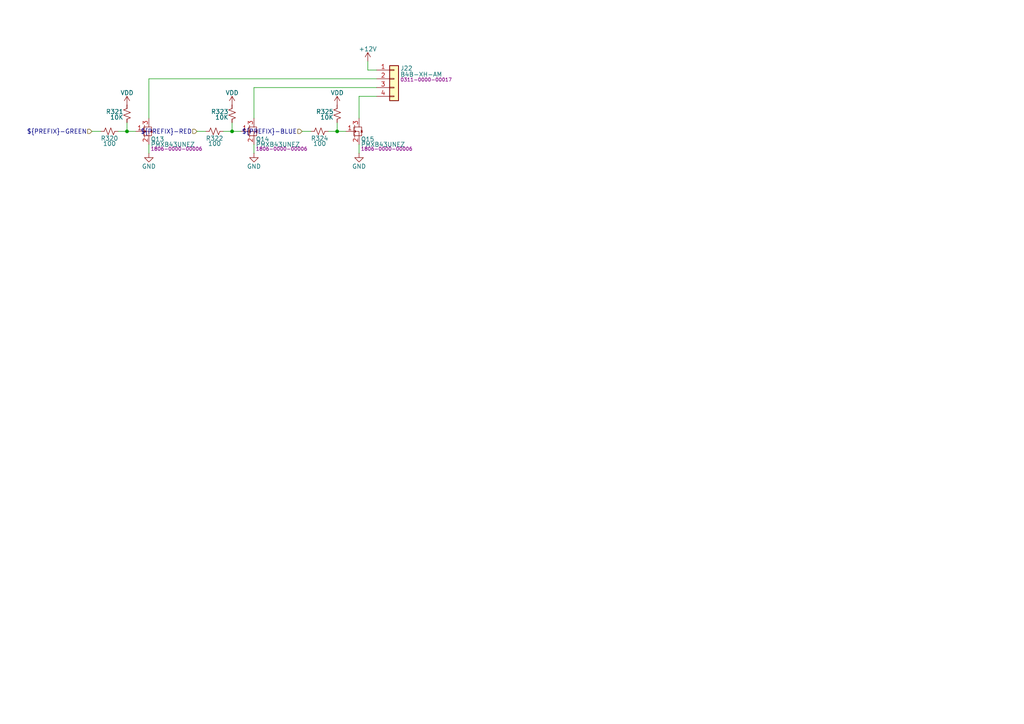
<source format=kicad_sch>
(kicad_sch
	(version 20250114)
	(generator "eeschema")
	(generator_version "9.0")
	(uuid "d7d31d92-9e18-41c2-a02e-017c1159420a")
	(paper "A4")
	(title_block
		(title "Benchy Motherboard AM625 - Lighting RGB Channel 2")
		(rev "REV1")
		(company "Daxxn Industries")
		(comment 4 "Small net labels (≤0.65) are for clarity and do not connect to other nets.")
	)
	(lib_symbols
		(symbol "DX_Connector_JST:B4B-XH-A"
			(pin_names
				(offset 1.016)
				(hide yes)
			)
			(exclude_from_sim no)
			(in_bom yes)
			(on_board yes)
			(property "Reference" "J"
				(at 1.778 3.048 0)
				(effects
					(font
						(size 1.27 1.27)
					)
					(justify left)
				)
			)
			(property "Value" "B4B-XH-AM"
				(at 1.778 1.27 0)
				(effects
					(font
						(size 1.27 1.27)
					)
					(justify left)
				)
			)
			(property "Footprint" "Connector_JST:JST_XH_B4B-XH-A_1x04_P2.50mm_Vertical"
				(at 0 10.414 0)
				(effects
					(font
						(size 1.27 1.27)
					)
					(hide yes)
				)
			)
			(property "Datasheet" "${DATASHEETS}/eXH.pdf"
				(at -0.254 12.954 0)
				(effects
					(font
						(size 1.27 1.27)
					)
					(hide yes)
				)
			)
			(property "Description" "CONN HEADER VERT 4POS 2.5MM"
				(at -0.762 8.636 0)
				(effects
					(font
						(size 1.27 1.27)
					)
					(hide yes)
				)
			)
			(property "PartNumber" "0311-0000-00017"
				(at 1.778 -0.254 0)
				(effects
					(font
						(size 1 1)
					)
					(justify left)
				)
			)
			(property "ki_keywords" "connector jst xh 4pin"
				(at 0 0 0)
				(effects
					(font
						(size 1.27 1.27)
					)
					(hide yes)
				)
			)
			(property "ki_fp_filters" "Connector*:*_1x??_*"
				(at 0 0 0)
				(effects
					(font
						(size 1.27 1.27)
					)
					(hide yes)
				)
			)
			(symbol "B4B-XH-A_1_1"
				(rectangle
					(start -1.27 3.81)
					(end 1.27 -6.35)
					(stroke
						(width 0.254)
						(type default)
					)
					(fill
						(type background)
					)
				)
				(rectangle
					(start -1.27 2.667)
					(end 0 2.413)
					(stroke
						(width 0.1524)
						(type default)
					)
					(fill
						(type none)
					)
				)
				(rectangle
					(start -1.27 0.127)
					(end 0 -0.127)
					(stroke
						(width 0.1524)
						(type default)
					)
					(fill
						(type none)
					)
				)
				(rectangle
					(start -1.27 -2.413)
					(end 0 -2.667)
					(stroke
						(width 0.1524)
						(type default)
					)
					(fill
						(type none)
					)
				)
				(rectangle
					(start -1.27 -4.953)
					(end 0 -5.207)
					(stroke
						(width 0.1524)
						(type default)
					)
					(fill
						(type none)
					)
				)
				(pin passive line
					(at -5.08 2.54 0)
					(length 3.81)
					(name "Pin_1"
						(effects
							(font
								(size 1.27 1.27)
							)
						)
					)
					(number "1"
						(effects
							(font
								(size 1.27 1.27)
							)
						)
					)
				)
				(pin passive line
					(at -5.08 0 0)
					(length 3.81)
					(name "Pin_2"
						(effects
							(font
								(size 1.27 1.27)
							)
						)
					)
					(number "2"
						(effects
							(font
								(size 1.27 1.27)
							)
						)
					)
				)
				(pin passive line
					(at -5.08 -2.54 0)
					(length 3.81)
					(name "Pin_3"
						(effects
							(font
								(size 1.27 1.27)
							)
						)
					)
					(number "3"
						(effects
							(font
								(size 1.27 1.27)
							)
						)
					)
				)
				(pin passive line
					(at -5.08 -5.08 0)
					(length 3.81)
					(name "Pin_4"
						(effects
							(font
								(size 1.27 1.27)
							)
						)
					)
					(number "4"
						(effects
							(font
								(size 1.27 1.27)
							)
						)
					)
				)
			)
			(embedded_fonts no)
		)
		(symbol "DX_Resistor:RC0402JR-07100RL"
			(pin_numbers
				(hide yes)
			)
			(pin_names
				(offset 0.254)
				(hide yes)
			)
			(exclude_from_sim no)
			(in_bom yes)
			(on_board yes)
			(property "Reference" "R"
				(at 1.016 0.635 0)
				(effects
					(font
						(size 1.27 1.27)
					)
					(justify left)
				)
			)
			(property "Value" "100"
				(at 1.016 -1.016 0)
				(effects
					(font
						(size 1.27 1.27)
					)
					(justify left)
				)
			)
			(property "Footprint" "Daxxn_Standard_Resistors:RES_0402"
				(at 0 5.334 0)
				(effects
					(font
						(size 1.27 1.27)
					)
					(hide yes)
				)
			)
			(property "Datasheet" "${DATASHEETS}/RC-Series.pdf"
				(at 0 6.35 0)
				(effects
					(font
						(size 1.27 1.27)
					)
					(hide yes)
				)
			)
			(property "Description" "RES 100 OHM 5% 1/16W 0402"
				(at 0 3.81 0)
				(effects
					(font
						(size 1.27 1.27)
					)
					(hide yes)
				)
			)
			(property "PartNumber" "0204-0000-00011"
				(at 0 7.874 0)
				(effects
					(font
						(size 1.27 1.27)
					)
					(hide yes)
				)
			)
			(property "ki_keywords" "r resistor daxxn"
				(at 0 0 0)
				(effects
					(font
						(size 1.27 1.27)
					)
					(hide yes)
				)
			)
			(property "ki_fp_filters" "R_*"
				(at 0 0 0)
				(effects
					(font
						(size 1.27 1.27)
					)
					(hide yes)
				)
			)
			(symbol "RC0402JR-07100RL_1_1"
				(polyline
					(pts
						(xy 0 1.524) (xy 1.016 1.143) (xy 0 0.762) (xy -1.016 0.381) (xy 0 0)
					)
					(stroke
						(width 0)
						(type default)
					)
					(fill
						(type none)
					)
				)
				(polyline
					(pts
						(xy 0 0) (xy 1.016 -0.381) (xy 0 -0.762) (xy -1.016 -1.143) (xy 0 -1.524)
					)
					(stroke
						(width 0)
						(type default)
					)
					(fill
						(type none)
					)
				)
				(pin passive line
					(at 0 2.54 270)
					(length 1.016)
					(name "~"
						(effects
							(font
								(size 1.27 1.27)
							)
						)
					)
					(number "1"
						(effects
							(font
								(size 1.27 1.27)
							)
						)
					)
				)
				(pin passive line
					(at 0 -2.54 90)
					(length 1.016)
					(name "~"
						(effects
							(font
								(size 1.27 1.27)
							)
						)
					)
					(number "2"
						(effects
							(font
								(size 1.27 1.27)
							)
						)
					)
				)
			)
			(embedded_fonts no)
		)
		(symbol "DX_Resistor:RC0402JR-0710KL"
			(pin_numbers
				(hide yes)
			)
			(pin_names
				(offset 0.254)
				(hide yes)
			)
			(exclude_from_sim no)
			(in_bom yes)
			(on_board yes)
			(property "Reference" "R"
				(at 1.016 0.635 0)
				(effects
					(font
						(size 1.27 1.27)
					)
					(justify left)
				)
			)
			(property "Value" "10K"
				(at 1.016 -1.016 0)
				(effects
					(font
						(size 1.27 1.27)
					)
					(justify left)
				)
			)
			(property "Footprint" "Daxxn_Standard_Resistors:RES_0402"
				(at 0 5.334 0)
				(effects
					(font
						(size 1.27 1.27)
					)
					(hide yes)
				)
			)
			(property "Datasheet" "${DATASHEETS}/RC-Series.pdf"
				(at 0 6.35 0)
				(effects
					(font
						(size 1.27 1.27)
					)
					(hide yes)
				)
			)
			(property "Description" "RES 10K OHM 5% 1/16W 0402"
				(at 0 3.81 0)
				(effects
					(font
						(size 1.27 1.27)
					)
					(hide yes)
				)
			)
			(property "PartNumber" "0204-0000-00016"
				(at 0 8.128 0)
				(effects
					(font
						(size 1.27 1.27)
					)
					(hide yes)
				)
			)
			(property "ki_keywords" "r resistor daxxn"
				(at 0 0 0)
				(effects
					(font
						(size 1.27 1.27)
					)
					(hide yes)
				)
			)
			(property "ki_fp_filters" "R_*"
				(at 0 0 0)
				(effects
					(font
						(size 1.27 1.27)
					)
					(hide yes)
				)
			)
			(symbol "RC0402JR-0710KL_1_1"
				(polyline
					(pts
						(xy 0 1.524) (xy 1.016 1.143) (xy 0 0.762) (xy -1.016 0.381) (xy 0 0)
					)
					(stroke
						(width 0)
						(type default)
					)
					(fill
						(type none)
					)
				)
				(polyline
					(pts
						(xy 0 0) (xy 1.016 -0.381) (xy 0 -0.762) (xy -1.016 -1.143) (xy 0 -1.524)
					)
					(stroke
						(width 0)
						(type default)
					)
					(fill
						(type none)
					)
				)
				(pin passive line
					(at 0 2.54 270)
					(length 1.016)
					(name "~"
						(effects
							(font
								(size 1.27 1.27)
							)
						)
					)
					(number "1"
						(effects
							(font
								(size 1.27 1.27)
							)
						)
					)
				)
				(pin passive line
					(at 0 -2.54 90)
					(length 1.016)
					(name "~"
						(effects
							(font
								(size 1.27 1.27)
							)
						)
					)
					(number "2"
						(effects
							(font
								(size 1.27 1.27)
							)
						)
					)
				)
			)
			(embedded_fonts no)
		)
		(symbol "DX_Transistor_MOSFET:PMXB43UNEZ"
			(exclude_from_sim no)
			(in_bom yes)
			(on_board yes)
			(property "Reference" "Q"
				(at 2.794 1.778 0)
				(effects
					(font
						(size 1.27 1.27)
					)
					(justify left)
				)
			)
			(property "Value" "PMXB43UNEZ"
				(at 2.794 0 0)
				(effects
					(font
						(size 1.27 1.27)
					)
					(justify left)
				)
			)
			(property "Footprint" "Daxxn_Packages:DFN1010D-3"
				(at 1.27 8.382 0)
				(effects
					(font
						(size 1.27 1.27)
					)
					(hide yes)
				)
			)
			(property "Datasheet" "%LOCAL_DATASHEETS%/PMXB43UNE.pdf"
				(at 1.27 5.842 0)
				(effects
					(font
						(size 1.27 1.27)
					)
					(hide yes)
				)
			)
			(property "Description" "N-Channel 20 V 3.2A (Ta) 400mW (Ta), 8.33W (Tc) Surface Mount DFN1010D-3"
				(at 0 7.112 0)
				(effects
					(font
						(size 1.27 1.27)
					)
					(hide yes)
				)
			)
			(property "PartNumber" "1806-0000-00006"
				(at 2.794 -1.524 0)
				(effects
					(font
						(size 1 1)
					)
					(justify left)
				)
			)
			(property "ki_keywords" "n-ch mosfet fet"
				(at 0 0 0)
				(effects
					(font
						(size 1.27 1.27)
					)
					(hide yes)
				)
			)
			(symbol "PMXB43UNEZ_0_0"
				(pin input line
					(at -2.54 0 0)
					(length 2.25)
					(name "G"
						(effects
							(font
								(size 0 0)
							)
						)
					)
					(number "1"
						(effects
							(font
								(size 1.27 1.27)
							)
						)
					)
				)
				(pin bidirectional line
					(at 1.27 3.81 270)
					(length 2.54)
					(name "D"
						(effects
							(font
								(size 0 0)
							)
						)
					)
					(number "3"
						(effects
							(font
								(size 1.27 1.27)
							)
						)
					)
				)
				(pin bidirectional line
					(at 1.27 -3.81 90)
					(length 2.54)
					(name "S"
						(effects
							(font
								(size 0 0)
							)
						)
					)
					(number "2"
						(effects
							(font
								(size 1.27 1.27)
							)
						)
					)
				)
			)
			(symbol "PMXB43UNEZ_0_1"
				(polyline
					(pts
						(xy -0.254 -1.27) (xy -0.254 1.27)
					)
					(stroke
						(width 0)
						(type default)
					)
					(fill
						(type none)
					)
				)
				(polyline
					(pts
						(xy 0 1.778) (xy 0 0.762)
					)
					(stroke
						(width 0)
						(type default)
					)
					(fill
						(type none)
					)
				)
				(polyline
					(pts
						(xy 0 1.27) (xy 1.27 1.27) (xy 1.27 1.27)
					)
					(stroke
						(width 0)
						(type default)
					)
					(fill
						(type none)
					)
				)
				(polyline
					(pts
						(xy 0 0) (xy 0.254 0.254) (xy 0.254 -0.254) (xy 0 0)
					)
					(stroke
						(width 0)
						(type default)
					)
					(fill
						(type none)
					)
				)
				(polyline
					(pts
						(xy 0 -0.508) (xy 0 0.508)
					)
					(stroke
						(width 0)
						(type default)
					)
					(fill
						(type none)
					)
				)
				(polyline
					(pts
						(xy 0 -1.27) (xy 1.27 -1.27) (xy 1.27 -1.27)
					)
					(stroke
						(width 0)
						(type default)
					)
					(fill
						(type none)
					)
				)
				(polyline
					(pts
						(xy 0 -1.778) (xy 0 -0.762)
					)
					(stroke
						(width 0)
						(type default)
					)
					(fill
						(type none)
					)
				)
				(polyline
					(pts
						(xy 1.27 -1.27) (xy 1.27 0) (xy 0 0)
					)
					(stroke
						(width 0)
						(type default)
					)
					(fill
						(type none)
					)
				)
				(polyline
					(pts
						(xy 1.27 -1.27) (xy 2.032 -1.27) (xy 2.032 1.27) (xy 1.27 1.27)
					)
					(stroke
						(width 0)
						(type default)
					)
					(fill
						(type none)
					)
				)
				(polyline
					(pts
						(xy 1.778 0.254) (xy 2.286 0.254)
					)
					(stroke
						(width 0)
						(type default)
					)
					(fill
						(type none)
					)
				)
				(polyline
					(pts
						(xy 2.032 0.254) (xy 1.778 -0.254) (xy 2.286 -0.254) (xy 2.032 0.254)
					)
					(stroke
						(width 0)
						(type default)
					)
					(fill
						(type outline)
					)
				)
			)
			(embedded_fonts no)
		)
		(symbol "power:+12V"
			(power)
			(pin_numbers
				(hide yes)
			)
			(pin_names
				(offset 0)
				(hide yes)
			)
			(exclude_from_sim no)
			(in_bom yes)
			(on_board yes)
			(property "Reference" "#PWR"
				(at 0 -3.81 0)
				(effects
					(font
						(size 1.27 1.27)
					)
					(hide yes)
				)
			)
			(property "Value" "+12V"
				(at 0 3.556 0)
				(effects
					(font
						(size 1.27 1.27)
					)
				)
			)
			(property "Footprint" ""
				(at 0 0 0)
				(effects
					(font
						(size 1.27 1.27)
					)
					(hide yes)
				)
			)
			(property "Datasheet" ""
				(at 0 0 0)
				(effects
					(font
						(size 1.27 1.27)
					)
					(hide yes)
				)
			)
			(property "Description" "Power symbol creates a global label with name \"+12V\""
				(at 0 0 0)
				(effects
					(font
						(size 1.27 1.27)
					)
					(hide yes)
				)
			)
			(property "ki_keywords" "global power"
				(at 0 0 0)
				(effects
					(font
						(size 1.27 1.27)
					)
					(hide yes)
				)
			)
			(symbol "+12V_0_1"
				(polyline
					(pts
						(xy -0.762 1.27) (xy 0 2.54)
					)
					(stroke
						(width 0)
						(type default)
					)
					(fill
						(type none)
					)
				)
				(polyline
					(pts
						(xy 0 2.54) (xy 0.762 1.27)
					)
					(stroke
						(width 0)
						(type default)
					)
					(fill
						(type none)
					)
				)
				(polyline
					(pts
						(xy 0 0) (xy 0 2.54)
					)
					(stroke
						(width 0)
						(type default)
					)
					(fill
						(type none)
					)
				)
			)
			(symbol "+12V_1_1"
				(pin power_in line
					(at 0 0 90)
					(length 0)
					(name "~"
						(effects
							(font
								(size 1.27 1.27)
							)
						)
					)
					(number "1"
						(effects
							(font
								(size 1.27 1.27)
							)
						)
					)
				)
			)
			(embedded_fonts no)
		)
		(symbol "power:GND"
			(power)
			(pin_numbers
				(hide yes)
			)
			(pin_names
				(offset 0)
				(hide yes)
			)
			(exclude_from_sim no)
			(in_bom yes)
			(on_board yes)
			(property "Reference" "#PWR"
				(at 0 -6.35 0)
				(effects
					(font
						(size 1.27 1.27)
					)
					(hide yes)
				)
			)
			(property "Value" "GND"
				(at 0 -3.81 0)
				(effects
					(font
						(size 1.27 1.27)
					)
				)
			)
			(property "Footprint" ""
				(at 0 0 0)
				(effects
					(font
						(size 1.27 1.27)
					)
					(hide yes)
				)
			)
			(property "Datasheet" ""
				(at 0 0 0)
				(effects
					(font
						(size 1.27 1.27)
					)
					(hide yes)
				)
			)
			(property "Description" "Power symbol creates a global label with name \"GND\" , ground"
				(at 0 0 0)
				(effects
					(font
						(size 1.27 1.27)
					)
					(hide yes)
				)
			)
			(property "ki_keywords" "global power"
				(at 0 0 0)
				(effects
					(font
						(size 1.27 1.27)
					)
					(hide yes)
				)
			)
			(symbol "GND_0_1"
				(polyline
					(pts
						(xy 0 0) (xy 0 -1.27) (xy 1.27 -1.27) (xy 0 -2.54) (xy -1.27 -1.27) (xy 0 -1.27)
					)
					(stroke
						(width 0)
						(type default)
					)
					(fill
						(type none)
					)
				)
			)
			(symbol "GND_1_1"
				(pin power_in line
					(at 0 0 270)
					(length 0)
					(name "~"
						(effects
							(font
								(size 1.27 1.27)
							)
						)
					)
					(number "1"
						(effects
							(font
								(size 1.27 1.27)
							)
						)
					)
				)
			)
			(embedded_fonts no)
		)
		(symbol "power:VDD"
			(power)
			(pin_numbers
				(hide yes)
			)
			(pin_names
				(offset 0)
				(hide yes)
			)
			(exclude_from_sim no)
			(in_bom yes)
			(on_board yes)
			(property "Reference" "#PWR"
				(at 0 -3.81 0)
				(effects
					(font
						(size 1.27 1.27)
					)
					(hide yes)
				)
			)
			(property "Value" "VDD"
				(at 0 3.556 0)
				(effects
					(font
						(size 1.27 1.27)
					)
				)
			)
			(property "Footprint" ""
				(at 0 0 0)
				(effects
					(font
						(size 1.27 1.27)
					)
					(hide yes)
				)
			)
			(property "Datasheet" ""
				(at 0 0 0)
				(effects
					(font
						(size 1.27 1.27)
					)
					(hide yes)
				)
			)
			(property "Description" "Power symbol creates a global label with name \"VDD\""
				(at 0 0 0)
				(effects
					(font
						(size 1.27 1.27)
					)
					(hide yes)
				)
			)
			(property "ki_keywords" "global power"
				(at 0 0 0)
				(effects
					(font
						(size 1.27 1.27)
					)
					(hide yes)
				)
			)
			(symbol "VDD_0_1"
				(polyline
					(pts
						(xy -0.762 1.27) (xy 0 2.54)
					)
					(stroke
						(width 0)
						(type default)
					)
					(fill
						(type none)
					)
				)
				(polyline
					(pts
						(xy 0 2.54) (xy 0.762 1.27)
					)
					(stroke
						(width 0)
						(type default)
					)
					(fill
						(type none)
					)
				)
				(polyline
					(pts
						(xy 0 0) (xy 0 2.54)
					)
					(stroke
						(width 0)
						(type default)
					)
					(fill
						(type none)
					)
				)
			)
			(symbol "VDD_1_1"
				(pin power_in line
					(at 0 0 90)
					(length 0)
					(name "~"
						(effects
							(font
								(size 1.27 1.27)
							)
						)
					)
					(number "1"
						(effects
							(font
								(size 1.27 1.27)
							)
						)
					)
				)
			)
			(embedded_fonts no)
		)
	)
	(junction
		(at 67.31 38.1)
		(diameter 0)
		(color 0 0 0 0)
		(uuid "1ff6e0a1-d3f2-436f-b2e7-94105c5ef4ec")
	)
	(junction
		(at 97.79 38.1)
		(diameter 0)
		(color 0 0 0 0)
		(uuid "3be41e56-2514-4349-82c1-bcbb6362afb3")
	)
	(junction
		(at 36.83 38.1)
		(diameter 0)
		(color 0 0 0 0)
		(uuid "ca21646f-aa2a-4f51-a044-9c8bf1e73c05")
	)
	(wire
		(pts
			(xy 43.18 41.91) (xy 43.18 44.45)
		)
		(stroke
			(width 0)
			(type default)
		)
		(uuid "19067229-ab09-4ba4-b22b-281b1419e306")
	)
	(wire
		(pts
			(xy 36.83 38.1) (xy 39.37 38.1)
		)
		(stroke
			(width 0)
			(type default)
		)
		(uuid "20ee4fa9-b0aa-46c1-8a5c-71c8e5bf6302")
	)
	(wire
		(pts
			(xy 106.68 17.78) (xy 106.68 20.32)
		)
		(stroke
			(width 0)
			(type default)
		)
		(uuid "21aede7d-cf22-4688-9d90-e530aa63785c")
	)
	(wire
		(pts
			(xy 95.25 38.1) (xy 97.79 38.1)
		)
		(stroke
			(width 0)
			(type default)
		)
		(uuid "23f46d8e-9abc-4dd6-bac7-0f848060fe23")
	)
	(wire
		(pts
			(xy 73.66 34.29) (xy 73.66 25.4)
		)
		(stroke
			(width 0)
			(type default)
		)
		(uuid "44fe8ac3-69b0-415a-a35c-87608ba4aa55")
	)
	(wire
		(pts
			(xy 109.22 22.86) (xy 43.18 22.86)
		)
		(stroke
			(width 0)
			(type default)
		)
		(uuid "460198a4-2dd2-41e8-90ed-8462051bc11a")
	)
	(wire
		(pts
			(xy 97.79 38.1) (xy 100.33 38.1)
		)
		(stroke
			(width 0)
			(type default)
		)
		(uuid "520d5477-fe97-4976-b001-9ccbf303d7ef")
	)
	(wire
		(pts
			(xy 67.31 35.56) (xy 67.31 38.1)
		)
		(stroke
			(width 0)
			(type default)
		)
		(uuid "60032388-51e7-471d-bedc-5b5764f44c0c")
	)
	(wire
		(pts
			(xy 104.14 41.91) (xy 104.14 44.45)
		)
		(stroke
			(width 0)
			(type default)
		)
		(uuid "704b6c77-a924-4ba6-a539-424b0045498c")
	)
	(wire
		(pts
			(xy 26.67 38.1) (xy 29.21 38.1)
		)
		(stroke
			(width 0)
			(type default)
		)
		(uuid "854aba0d-3b6d-4a7c-8967-9e1b76d8531d")
	)
	(wire
		(pts
			(xy 104.14 34.29) (xy 104.14 27.94)
		)
		(stroke
			(width 0)
			(type default)
		)
		(uuid "af468fad-6ce5-4581-bb37-c9dbaacbbe28")
	)
	(wire
		(pts
			(xy 36.83 35.56) (xy 36.83 38.1)
		)
		(stroke
			(width 0)
			(type default)
		)
		(uuid "af5ed1ee-4d7a-4a7a-a352-8e424a7ab85e")
	)
	(wire
		(pts
			(xy 43.18 22.86) (xy 43.18 34.29)
		)
		(stroke
			(width 0)
			(type default)
		)
		(uuid "b7b28bf3-b91c-4898-b1fa-94fe36c27ad3")
	)
	(wire
		(pts
			(xy 109.22 20.32) (xy 106.68 20.32)
		)
		(stroke
			(width 0)
			(type default)
		)
		(uuid "b7f73f9b-8ae7-40c9-a093-319300f68631")
	)
	(wire
		(pts
			(xy 104.14 27.94) (xy 109.22 27.94)
		)
		(stroke
			(width 0)
			(type default)
		)
		(uuid "baef1b5e-9ea5-436d-9f6b-6f4542d8c694")
	)
	(wire
		(pts
			(xy 57.15 38.1) (xy 59.69 38.1)
		)
		(stroke
			(width 0)
			(type default)
		)
		(uuid "bb9f5aa1-2f4e-4cc7-9e22-a158b8f2c78b")
	)
	(wire
		(pts
			(xy 97.79 35.56) (xy 97.79 38.1)
		)
		(stroke
			(width 0)
			(type default)
		)
		(uuid "d0db85aa-becf-409a-ae7f-f4416f2d1212")
	)
	(wire
		(pts
			(xy 64.77 38.1) (xy 67.31 38.1)
		)
		(stroke
			(width 0)
			(type default)
		)
		(uuid "ec8ca55f-a6aa-4e72-8b75-38b7167dd5ee")
	)
	(wire
		(pts
			(xy 73.66 41.91) (xy 73.66 44.45)
		)
		(stroke
			(width 0)
			(type default)
		)
		(uuid "efcebbb2-4ed5-442e-a812-8f4255d67124")
	)
	(wire
		(pts
			(xy 34.29 38.1) (xy 36.83 38.1)
		)
		(stroke
			(width 0)
			(type default)
		)
		(uuid "f66b8a9c-ac9e-4660-8509-4ffcfd61379b")
	)
	(wire
		(pts
			(xy 73.66 25.4) (xy 109.22 25.4)
		)
		(stroke
			(width 0)
			(type default)
		)
		(uuid "fc75c11e-2ab0-4ea2-858c-b4c016387c0f")
	)
	(wire
		(pts
			(xy 87.63 38.1) (xy 90.17 38.1)
		)
		(stroke
			(width 0)
			(type default)
		)
		(uuid "fd19eff0-6b26-414e-816f-f72e445be4b3")
	)
	(wire
		(pts
			(xy 67.31 38.1) (xy 69.85 38.1)
		)
		(stroke
			(width 0)
			(type default)
		)
		(uuid "fed16901-576b-4d9f-863e-db10094c6bee")
	)
	(hierarchical_label "${PREFIX}-GREEN"
		(shape input)
		(at 26.67 38.1 180)
		(effects
			(font
				(size 1.27 1.27)
			)
			(justify right)
		)
		(uuid "50562028-d75c-4cbf-bb41-f9b66fc8b3ed")
	)
	(hierarchical_label "${PREFIX}-BLUE"
		(shape input)
		(at 87.63 38.1 180)
		(effects
			(font
				(size 1.27 1.27)
			)
			(justify right)
		)
		(uuid "5f8872b0-0a50-4ee2-9d48-fba5d69d30e3")
	)
	(hierarchical_label "${PREFIX}-RED"
		(shape input)
		(at 57.15 38.1 180)
		(effects
			(font
				(size 1.27 1.27)
			)
			(justify right)
		)
		(uuid "d2365eac-4adb-49ec-a3b1-27fb7516f4b2")
	)
	(symbol
		(lib_id "power:VDD")
		(at 97.79 30.48 0)
		(unit 1)
		(exclude_from_sim no)
		(in_bom yes)
		(on_board yes)
		(dnp no)
		(uuid "08a198a6-ac59-4896-9a81-746f29ec3609")
		(property "Reference" "#PWR0515"
			(at 97.79 34.29 0)
			(effects
				(font
					(size 1.27 1.27)
				)
				(hide yes)
			)
		)
		(property "Value" "VDD"
			(at 97.79 26.924 0)
			(effects
				(font
					(size 1.27 1.27)
				)
			)
		)
		(property "Footprint" ""
			(at 97.79 30.48 0)
			(effects
				(font
					(size 1.27 1.27)
				)
				(hide yes)
			)
		)
		(property "Datasheet" ""
			(at 97.79 30.48 0)
			(effects
				(font
					(size 1.27 1.27)
				)
				(hide yes)
			)
		)
		(property "Description" "Power symbol creates a global label with name \"VDD\""
			(at 97.79 30.48 0)
			(effects
				(font
					(size 1.27 1.27)
				)
				(hide yes)
			)
		)
		(pin "1"
			(uuid "a510acf1-77c6-443d-9095-b5599bbb41a8")
		)
		(instances
			(project "BenchyMotherBoard-AM625"
				(path "/7184a1e6-58da-49c8-8a6c-ea31385ec956/8494b7c1-cb3d-49c1-ba37-1630d97ce06f/58bc9b72-f037-4763-aadf-0845dba0fad3"
					(reference "#PWR0515")
					(unit 1)
				)
			)
		)
	)
	(symbol
		(lib_id "power:GND")
		(at 43.18 44.45 0)
		(unit 1)
		(exclude_from_sim no)
		(in_bom yes)
		(on_board yes)
		(dnp no)
		(uuid "1191265f-904a-4e0e-bc79-649633e79358")
		(property "Reference" "#PWR0489"
			(at 43.18 50.8 0)
			(effects
				(font
					(size 1.27 1.27)
				)
				(hide yes)
			)
		)
		(property "Value" "GND"
			(at 43.18 48.26 0)
			(effects
				(font
					(size 1.27 1.27)
				)
			)
		)
		(property "Footprint" ""
			(at 43.18 44.45 0)
			(effects
				(font
					(size 1.27 1.27)
				)
				(hide yes)
			)
		)
		(property "Datasheet" ""
			(at 43.18 44.45 0)
			(effects
				(font
					(size 1.27 1.27)
				)
				(hide yes)
			)
		)
		(property "Description" "Power symbol creates a global label with name \"GND\" , ground"
			(at 43.18 44.45 0)
			(effects
				(font
					(size 1.27 1.27)
				)
				(hide yes)
			)
		)
		(pin "1"
			(uuid "362ebd45-4873-42f7-9897-5804adbe930e")
		)
		(instances
			(project "BenchyMotherBoard-AM625"
				(path "/7184a1e6-58da-49c8-8a6c-ea31385ec956/8494b7c1-cb3d-49c1-ba37-1630d97ce06f/58bc9b72-f037-4763-aadf-0845dba0fad3"
					(reference "#PWR0489")
					(unit 1)
				)
			)
		)
	)
	(symbol
		(lib_id "DX_Resistor:RC0402JR-07100RL")
		(at 31.75 38.1 90)
		(unit 1)
		(exclude_from_sim no)
		(in_bom yes)
		(on_board yes)
		(dnp no)
		(uuid "2cae50da-825f-4a70-a8ef-a35b1f69eb0f")
		(property "Reference" "R320"
			(at 31.75 40.132 90)
			(effects
				(font
					(size 1.27 1.27)
				)
			)
		)
		(property "Value" "100"
			(at 31.75 41.656 90)
			(effects
				(font
					(size 1.27 1.27)
				)
			)
		)
		(property "Footprint" "Daxxn_Standard_Resistors:RES_0402"
			(at 26.416 38.1 0)
			(effects
				(font
					(size 1.27 1.27)
				)
				(hide yes)
			)
		)
		(property "Datasheet" "${DATASHEETS}/RC-Series.pdf"
			(at 25.4 38.1 0)
			(effects
				(font
					(size 1.27 1.27)
				)
				(hide yes)
			)
		)
		(property "Description" "RES 100 OHM 5% 1/16W 0402"
			(at 27.94 38.1 0)
			(effects
				(font
					(size 1.27 1.27)
				)
				(hide yes)
			)
		)
		(property "PartNumber" "0204-0000-00011"
			(at 23.876 38.1 0)
			(effects
				(font
					(size 1.27 1.27)
				)
				(hide yes)
			)
		)
		(pin "2"
			(uuid "f3b6ac5e-3e33-4aa0-82cd-b3aa146f31d9")
		)
		(pin "1"
			(uuid "99a45b98-8ed5-40ec-8805-1aae5de95764")
		)
		(instances
			(project "BenchyMotherBoard-AM625"
				(path "/7184a1e6-58da-49c8-8a6c-ea31385ec956/8494b7c1-cb3d-49c1-ba37-1630d97ce06f/58bc9b72-f037-4763-aadf-0845dba0fad3"
					(reference "R320")
					(unit 1)
				)
			)
		)
	)
	(symbol
		(lib_id "power:VDD")
		(at 36.83 30.48 0)
		(unit 1)
		(exclude_from_sim no)
		(in_bom yes)
		(on_board yes)
		(dnp no)
		(uuid "323cc446-a7c6-4b8e-96b5-647dc9c333f9")
		(property "Reference" "#PWR0513"
			(at 36.83 34.29 0)
			(effects
				(font
					(size 1.27 1.27)
				)
				(hide yes)
			)
		)
		(property "Value" "VDD"
			(at 36.83 26.924 0)
			(effects
				(font
					(size 1.27 1.27)
				)
			)
		)
		(property "Footprint" ""
			(at 36.83 30.48 0)
			(effects
				(font
					(size 1.27 1.27)
				)
				(hide yes)
			)
		)
		(property "Datasheet" ""
			(at 36.83 30.48 0)
			(effects
				(font
					(size 1.27 1.27)
				)
				(hide yes)
			)
		)
		(property "Description" "Power symbol creates a global label with name \"VDD\""
			(at 36.83 30.48 0)
			(effects
				(font
					(size 1.27 1.27)
				)
				(hide yes)
			)
		)
		(pin "1"
			(uuid "6e4f05ef-1770-4d12-98f4-feb744bb06f9")
		)
		(instances
			(project ""
				(path "/7184a1e6-58da-49c8-8a6c-ea31385ec956/8494b7c1-cb3d-49c1-ba37-1630d97ce06f/58bc9b72-f037-4763-aadf-0845dba0fad3"
					(reference "#PWR0513")
					(unit 1)
				)
			)
		)
	)
	(symbol
		(lib_id "DX_Transistor_MOSFET:PMXB43UNEZ")
		(at 72.39 38.1 0)
		(unit 1)
		(exclude_from_sim no)
		(in_bom yes)
		(on_board yes)
		(dnp no)
		(uuid "4a0adf49-075d-49d8-84c2-7e05b2ca3d73")
		(property "Reference" "Q14"
			(at 74.168 40.386 0)
			(effects
				(font
					(size 1.27 1.27)
				)
				(justify left)
			)
		)
		(property "Value" "PMXB43UNEZ"
			(at 74.168 41.91 0)
			(effects
				(font
					(size 1.27 1.27)
				)
				(justify left)
			)
		)
		(property "Footprint" "Daxxn_Packages:DFN1010D-3"
			(at 73.66 29.718 0)
			(effects
				(font
					(size 1.27 1.27)
				)
				(hide yes)
			)
		)
		(property "Datasheet" "%LOCAL_DATASHEETS%/PMXB43UNE.pdf"
			(at 73.66 32.258 0)
			(effects
				(font
					(size 1.27 1.27)
				)
				(hide yes)
			)
		)
		(property "Description" "N-Channel 20 V 3.2A (Ta) 400mW (Ta), 8.33W (Tc) Surface Mount DFN1010D-3"
			(at 72.39 30.988 0)
			(effects
				(font
					(size 1.27 1.27)
				)
				(hide yes)
			)
		)
		(property "PartNumber" "1806-0000-00006"
			(at 74.168 43.18 0)
			(effects
				(font
					(size 1 1)
				)
				(justify left)
			)
		)
		(pin "3"
			(uuid "409f8bfb-7048-456a-b6ef-a92d02e76516")
		)
		(pin "1"
			(uuid "10ad7926-a580-49e8-8fbb-8d79dddb776f")
		)
		(pin "2"
			(uuid "050d6a09-f3f0-41cb-ae38-3c876cb93d4a")
		)
		(instances
			(project "BenchyMotherBoard-AM625"
				(path "/7184a1e6-58da-49c8-8a6c-ea31385ec956/8494b7c1-cb3d-49c1-ba37-1630d97ce06f/58bc9b72-f037-4763-aadf-0845dba0fad3"
					(reference "Q14")
					(unit 1)
				)
			)
		)
	)
	(symbol
		(lib_id "DX_Transistor_MOSFET:PMXB43UNEZ")
		(at 102.87 38.1 0)
		(unit 1)
		(exclude_from_sim no)
		(in_bom yes)
		(on_board yes)
		(dnp no)
		(uuid "63535092-9ad6-4477-bc59-93158329924c")
		(property "Reference" "Q15"
			(at 104.648 40.386 0)
			(effects
				(font
					(size 1.27 1.27)
				)
				(justify left)
			)
		)
		(property "Value" "PMXB43UNEZ"
			(at 104.648 41.91 0)
			(effects
				(font
					(size 1.27 1.27)
				)
				(justify left)
			)
		)
		(property "Footprint" "Daxxn_Packages:DFN1010D-3"
			(at 104.14 29.718 0)
			(effects
				(font
					(size 1.27 1.27)
				)
				(hide yes)
			)
		)
		(property "Datasheet" "%LOCAL_DATASHEETS%/PMXB43UNE.pdf"
			(at 104.14 32.258 0)
			(effects
				(font
					(size 1.27 1.27)
				)
				(hide yes)
			)
		)
		(property "Description" "N-Channel 20 V 3.2A (Ta) 400mW (Ta), 8.33W (Tc) Surface Mount DFN1010D-3"
			(at 102.87 30.988 0)
			(effects
				(font
					(size 1.27 1.27)
				)
				(hide yes)
			)
		)
		(property "PartNumber" "1806-0000-00006"
			(at 104.648 43.18 0)
			(effects
				(font
					(size 1 1)
				)
				(justify left)
			)
		)
		(pin "3"
			(uuid "ee181c5e-20c4-4f5d-833c-9343c897d976")
		)
		(pin "1"
			(uuid "02bfb68a-83cb-4df6-8d3d-d992cfd402f0")
		)
		(pin "2"
			(uuid "1f9a0bde-2679-469c-baab-da3dc3077a43")
		)
		(instances
			(project "BenchyMotherBoard-AM625"
				(path "/7184a1e6-58da-49c8-8a6c-ea31385ec956/8494b7c1-cb3d-49c1-ba37-1630d97ce06f/58bc9b72-f037-4763-aadf-0845dba0fad3"
					(reference "Q15")
					(unit 1)
				)
			)
		)
	)
	(symbol
		(lib_id "power:VDD")
		(at 67.31 30.48 0)
		(unit 1)
		(exclude_from_sim no)
		(in_bom yes)
		(on_board yes)
		(dnp no)
		(uuid "7265af8d-62f1-41f5-8e73-bdfb7d1f1b4e")
		(property "Reference" "#PWR0514"
			(at 67.31 34.29 0)
			(effects
				(font
					(size 1.27 1.27)
				)
				(hide yes)
			)
		)
		(property "Value" "VDD"
			(at 67.31 26.924 0)
			(effects
				(font
					(size 1.27 1.27)
				)
			)
		)
		(property "Footprint" ""
			(at 67.31 30.48 0)
			(effects
				(font
					(size 1.27 1.27)
				)
				(hide yes)
			)
		)
		(property "Datasheet" ""
			(at 67.31 30.48 0)
			(effects
				(font
					(size 1.27 1.27)
				)
				(hide yes)
			)
		)
		(property "Description" "Power symbol creates a global label with name \"VDD\""
			(at 67.31 30.48 0)
			(effects
				(font
					(size 1.27 1.27)
				)
				(hide yes)
			)
		)
		(pin "1"
			(uuid "524a064d-86c7-4d48-8958-0efe30c41642")
		)
		(instances
			(project "BenchyMotherBoard-AM625"
				(path "/7184a1e6-58da-49c8-8a6c-ea31385ec956/8494b7c1-cb3d-49c1-ba37-1630d97ce06f/58bc9b72-f037-4763-aadf-0845dba0fad3"
					(reference "#PWR0514")
					(unit 1)
				)
			)
		)
	)
	(symbol
		(lib_id "DX_Connector_JST:B4B-XH-A")
		(at 114.3 22.86 0)
		(unit 1)
		(exclude_from_sim no)
		(in_bom yes)
		(on_board yes)
		(dnp no)
		(uuid "7e91606e-c655-4973-97b4-40057b79d75b")
		(property "Reference" "J22"
			(at 116.078 19.812 0)
			(effects
				(font
					(size 1.27 1.27)
				)
				(justify left)
			)
		)
		(property "Value" "B4B-XH-AM"
			(at 116.078 21.59 0)
			(effects
				(font
					(size 1.27 1.27)
				)
				(justify left)
			)
		)
		(property "Footprint" "Connector_JST:JST_XH_B4B-XH-A_1x04_P2.50mm_Vertical"
			(at 114.3 12.446 0)
			(effects
				(font
					(size 1.27 1.27)
				)
				(hide yes)
			)
		)
		(property "Datasheet" "${DATASHEETS}/eXH.pdf"
			(at 114.046 9.906 0)
			(effects
				(font
					(size 1.27 1.27)
				)
				(hide yes)
			)
		)
		(property "Description" "CONN HEADER VERT 4POS 2.5MM"
			(at 113.538 14.224 0)
			(effects
				(font
					(size 1.27 1.27)
				)
				(hide yes)
			)
		)
		(property "PartNumber" "0311-0000-00017"
			(at 116.078 23.114 0)
			(effects
				(font
					(size 1 1)
				)
				(justify left)
			)
		)
		(pin "1"
			(uuid "c5cb0b2e-179f-47e5-99e5-2d6d5fdd883d")
		)
		(pin "2"
			(uuid "8794d13d-034f-4fd8-b0e0-014eb1c20200")
		)
		(pin "4"
			(uuid "1834ff58-8a07-4026-80a6-e3d91787dbf3")
		)
		(pin "3"
			(uuid "6bf98f49-ff2d-4e09-bc80-94e69cc7fc45")
		)
		(instances
			(project ""
				(path "/7184a1e6-58da-49c8-8a6c-ea31385ec956/8494b7c1-cb3d-49c1-ba37-1630d97ce06f"
					(reference "J22")
					(unit 1)
				)
				(path "/7184a1e6-58da-49c8-8a6c-ea31385ec956/8494b7c1-cb3d-49c1-ba37-1630d97ce06f/58bc9b72-f037-4763-aadf-0845dba0fad3"
					(reference "J22")
					(unit 1)
				)
			)
		)
	)
	(symbol
		(lib_id "DX_Resistor:RC0402JR-07100RL")
		(at 92.71 38.1 90)
		(unit 1)
		(exclude_from_sim no)
		(in_bom yes)
		(on_board yes)
		(dnp no)
		(uuid "8fe22675-c6ac-4644-91fd-5795bf5d4ba3")
		(property "Reference" "R324"
			(at 92.71 40.132 90)
			(effects
				(font
					(size 1.27 1.27)
				)
			)
		)
		(property "Value" "100"
			(at 92.71 41.656 90)
			(effects
				(font
					(size 1.27 1.27)
				)
			)
		)
		(property "Footprint" "Daxxn_Standard_Resistors:RES_0402"
			(at 87.376 38.1 0)
			(effects
				(font
					(size 1.27 1.27)
				)
				(hide yes)
			)
		)
		(property "Datasheet" "${DATASHEETS}/RC-Series.pdf"
			(at 86.36 38.1 0)
			(effects
				(font
					(size 1.27 1.27)
				)
				(hide yes)
			)
		)
		(property "Description" "RES 100 OHM 5% 1/16W 0402"
			(at 88.9 38.1 0)
			(effects
				(font
					(size 1.27 1.27)
				)
				(hide yes)
			)
		)
		(property "PartNumber" "0204-0000-00011"
			(at 84.836 38.1 0)
			(effects
				(font
					(size 1.27 1.27)
				)
				(hide yes)
			)
		)
		(pin "2"
			(uuid "209cf30c-0731-4038-adb7-e82eb6cedda6")
		)
		(pin "1"
			(uuid "5dc3c8ea-dfa5-4a57-90ce-2e3e679586e8")
		)
		(instances
			(project "BenchyMotherBoard-AM625"
				(path "/7184a1e6-58da-49c8-8a6c-ea31385ec956/8494b7c1-cb3d-49c1-ba37-1630d97ce06f/58bc9b72-f037-4763-aadf-0845dba0fad3"
					(reference "R324")
					(unit 1)
				)
			)
		)
	)
	(symbol
		(lib_id "DX_Resistor:RC0402JR-07100RL")
		(at 62.23 38.1 90)
		(unit 1)
		(exclude_from_sim no)
		(in_bom yes)
		(on_board yes)
		(dnp no)
		(uuid "94af70bc-ce34-4be2-b6df-78dc9cbd755d")
		(property "Reference" "R322"
			(at 62.23 40.132 90)
			(effects
				(font
					(size 1.27 1.27)
				)
			)
		)
		(property "Value" "100"
			(at 62.23 41.656 90)
			(effects
				(font
					(size 1.27 1.27)
				)
			)
		)
		(property "Footprint" "Daxxn_Standard_Resistors:RES_0402"
			(at 56.896 38.1 0)
			(effects
				(font
					(size 1.27 1.27)
				)
				(hide yes)
			)
		)
		(property "Datasheet" "${DATASHEETS}/RC-Series.pdf"
			(at 55.88 38.1 0)
			(effects
				(font
					(size 1.27 1.27)
				)
				(hide yes)
			)
		)
		(property "Description" "RES 100 OHM 5% 1/16W 0402"
			(at 58.42 38.1 0)
			(effects
				(font
					(size 1.27 1.27)
				)
				(hide yes)
			)
		)
		(property "PartNumber" "0204-0000-00011"
			(at 54.356 38.1 0)
			(effects
				(font
					(size 1.27 1.27)
				)
				(hide yes)
			)
		)
		(pin "2"
			(uuid "6f7c6529-007e-4d01-92f0-b17709bdcb9a")
		)
		(pin "1"
			(uuid "704e660e-3ff5-4c4c-8648-0acda8eb433b")
		)
		(instances
			(project "BenchyMotherBoard-AM625"
				(path "/7184a1e6-58da-49c8-8a6c-ea31385ec956/8494b7c1-cb3d-49c1-ba37-1630d97ce06f/58bc9b72-f037-4763-aadf-0845dba0fad3"
					(reference "R322")
					(unit 1)
				)
			)
		)
	)
	(symbol
		(lib_id "power:+12V")
		(at 106.68 17.78 0)
		(unit 1)
		(exclude_from_sim no)
		(in_bom yes)
		(on_board yes)
		(dnp no)
		(uuid "95bcd523-b1a4-4549-ae7e-3c299e4b2377")
		(property "Reference" "#PWR0483"
			(at 106.68 21.59 0)
			(effects
				(font
					(size 1.27 1.27)
				)
				(hide yes)
			)
		)
		(property "Value" "+12V"
			(at 106.68 14.224 0)
			(effects
				(font
					(size 1.27 1.27)
				)
			)
		)
		(property "Footprint" ""
			(at 106.68 17.78 0)
			(effects
				(font
					(size 1.27 1.27)
				)
				(hide yes)
			)
		)
		(property "Datasheet" ""
			(at 106.68 17.78 0)
			(effects
				(font
					(size 1.27 1.27)
				)
				(hide yes)
			)
		)
		(property "Description" "Power symbol creates a global label with name \"+12V\""
			(at 106.68 17.78 0)
			(effects
				(font
					(size 1.27 1.27)
				)
				(hide yes)
			)
		)
		(pin "1"
			(uuid "33f3beb4-2d30-40a4-b497-641edb1106de")
		)
		(instances
			(project "BenchyMotherBoard-AM625"
				(path "/7184a1e6-58da-49c8-8a6c-ea31385ec956/8494b7c1-cb3d-49c1-ba37-1630d97ce06f/58bc9b72-f037-4763-aadf-0845dba0fad3"
					(reference "#PWR0483")
					(unit 1)
				)
			)
		)
	)
	(symbol
		(lib_id "DX_Resistor:RC0402JR-0710KL")
		(at 97.79 33.02 0)
		(mirror y)
		(unit 1)
		(exclude_from_sim no)
		(in_bom yes)
		(on_board yes)
		(dnp no)
		(uuid "a4863b10-f7a3-45f3-b77a-376bda544260")
		(property "Reference" "R325"
			(at 96.774 32.385 0)
			(effects
				(font
					(size 1.27 1.27)
				)
				(justify left)
			)
		)
		(property "Value" "10K"
			(at 96.774 34.036 0)
			(effects
				(font
					(size 1.27 1.27)
				)
				(justify left)
			)
		)
		(property "Footprint" "Daxxn_Standard_Resistors:RES_0402"
			(at 97.79 27.686 0)
			(effects
				(font
					(size 1.27 1.27)
				)
				(hide yes)
			)
		)
		(property "Datasheet" "${DATASHEETS}/RC-Series.pdf"
			(at 97.79 26.67 0)
			(effects
				(font
					(size 1.27 1.27)
				)
				(hide yes)
			)
		)
		(property "Description" "RES 10K OHM 5% 1/16W 0402"
			(at 97.79 29.21 0)
			(effects
				(font
					(size 1.27 1.27)
				)
				(hide yes)
			)
		)
		(property "PartNumber" "0204-0000-00016"
			(at 97.79 24.892 0)
			(effects
				(font
					(size 1.27 1.27)
				)
				(hide yes)
			)
		)
		(pin "2"
			(uuid "bc2cd0a6-9008-44dd-8528-7474f6f18bfc")
		)
		(pin "1"
			(uuid "bb99aede-94c7-4a7d-9dd9-7142b5690520")
		)
		(instances
			(project "BenchyMotherBoard-AM625"
				(path "/7184a1e6-58da-49c8-8a6c-ea31385ec956/8494b7c1-cb3d-49c1-ba37-1630d97ce06f/58bc9b72-f037-4763-aadf-0845dba0fad3"
					(reference "R325")
					(unit 1)
				)
			)
		)
	)
	(symbol
		(lib_id "power:GND")
		(at 73.66 44.45 0)
		(unit 1)
		(exclude_from_sim no)
		(in_bom yes)
		(on_board yes)
		(dnp no)
		(uuid "a6218f5e-b8ab-4b34-8e87-9ad5b0ee6bd9")
		(property "Reference" "#PWR0490"
			(at 73.66 50.8 0)
			(effects
				(font
					(size 1.27 1.27)
				)
				(hide yes)
			)
		)
		(property "Value" "GND"
			(at 73.66 48.26 0)
			(effects
				(font
					(size 1.27 1.27)
				)
			)
		)
		(property "Footprint" ""
			(at 73.66 44.45 0)
			(effects
				(font
					(size 1.27 1.27)
				)
				(hide yes)
			)
		)
		(property "Datasheet" ""
			(at 73.66 44.45 0)
			(effects
				(font
					(size 1.27 1.27)
				)
				(hide yes)
			)
		)
		(property "Description" "Power symbol creates a global label with name \"GND\" , ground"
			(at 73.66 44.45 0)
			(effects
				(font
					(size 1.27 1.27)
				)
				(hide yes)
			)
		)
		(pin "1"
			(uuid "da94597b-1cb9-4a8e-80b4-eb4ce09dfd4f")
		)
		(instances
			(project "BenchyMotherBoard-AM625"
				(path "/7184a1e6-58da-49c8-8a6c-ea31385ec956/8494b7c1-cb3d-49c1-ba37-1630d97ce06f/58bc9b72-f037-4763-aadf-0845dba0fad3"
					(reference "#PWR0490")
					(unit 1)
				)
			)
		)
	)
	(symbol
		(lib_id "DX_Transistor_MOSFET:PMXB43UNEZ")
		(at 41.91 38.1 0)
		(unit 1)
		(exclude_from_sim no)
		(in_bom yes)
		(on_board yes)
		(dnp no)
		(uuid "c44d4983-a8f5-48b5-a4fd-0cad7b713386")
		(property "Reference" "Q13"
			(at 43.688 40.386 0)
			(effects
				(font
					(size 1.27 1.27)
				)
				(justify left)
			)
		)
		(property "Value" "PMXB43UNEZ"
			(at 43.688 41.91 0)
			(effects
				(font
					(size 1.27 1.27)
				)
				(justify left)
			)
		)
		(property "Footprint" "Daxxn_Packages:DFN1010D-3"
			(at 43.18 29.718 0)
			(effects
				(font
					(size 1.27 1.27)
				)
				(hide yes)
			)
		)
		(property "Datasheet" "%LOCAL_DATASHEETS%/PMXB43UNE.pdf"
			(at 43.18 32.258 0)
			(effects
				(font
					(size 1.27 1.27)
				)
				(hide yes)
			)
		)
		(property "Description" "N-Channel 20 V 3.2A (Ta) 400mW (Ta), 8.33W (Tc) Surface Mount DFN1010D-3"
			(at 41.91 30.988 0)
			(effects
				(font
					(size 1.27 1.27)
				)
				(hide yes)
			)
		)
		(property "PartNumber" "1806-0000-00006"
			(at 43.688 43.18 0)
			(effects
				(font
					(size 1 1)
				)
				(justify left)
			)
		)
		(pin "3"
			(uuid "86667df7-cfff-4c16-9da9-b1f1d340d2b0")
		)
		(pin "1"
			(uuid "c45bf196-4083-460c-8720-8b1622d97e00")
		)
		(pin "2"
			(uuid "55d1740c-1d9c-45f7-9b5a-06293bdb308e")
		)
		(instances
			(project "BenchyMotherBoard-AM625"
				(path "/7184a1e6-58da-49c8-8a6c-ea31385ec956/8494b7c1-cb3d-49c1-ba37-1630d97ce06f/58bc9b72-f037-4763-aadf-0845dba0fad3"
					(reference "Q13")
					(unit 1)
				)
			)
		)
	)
	(symbol
		(lib_id "power:GND")
		(at 104.14 44.45 0)
		(unit 1)
		(exclude_from_sim no)
		(in_bom yes)
		(on_board yes)
		(dnp no)
		(uuid "de9078c5-5a49-403b-89ba-779b0960f0dd")
		(property "Reference" "#PWR0491"
			(at 104.14 50.8 0)
			(effects
				(font
					(size 1.27 1.27)
				)
				(hide yes)
			)
		)
		(property "Value" "GND"
			(at 104.14 48.26 0)
			(effects
				(font
					(size 1.27 1.27)
				)
			)
		)
		(property "Footprint" ""
			(at 104.14 44.45 0)
			(effects
				(font
					(size 1.27 1.27)
				)
				(hide yes)
			)
		)
		(property "Datasheet" ""
			(at 104.14 44.45 0)
			(effects
				(font
					(size 1.27 1.27)
				)
				(hide yes)
			)
		)
		(property "Description" "Power symbol creates a global label with name \"GND\" , ground"
			(at 104.14 44.45 0)
			(effects
				(font
					(size 1.27 1.27)
				)
				(hide yes)
			)
		)
		(pin "1"
			(uuid "171c399f-4d3f-4df6-bad7-fc90cd1cf63c")
		)
		(instances
			(project "BenchyMotherBoard-AM625"
				(path "/7184a1e6-58da-49c8-8a6c-ea31385ec956/8494b7c1-cb3d-49c1-ba37-1630d97ce06f/58bc9b72-f037-4763-aadf-0845dba0fad3"
					(reference "#PWR0491")
					(unit 1)
				)
			)
		)
	)
	(symbol
		(lib_id "DX_Resistor:RC0402JR-0710KL")
		(at 67.31 33.02 0)
		(mirror y)
		(unit 1)
		(exclude_from_sim no)
		(in_bom yes)
		(on_board yes)
		(dnp no)
		(uuid "e4572edc-a08f-4815-991e-a581ad7cf5b4")
		(property "Reference" "R323"
			(at 66.294 32.385 0)
			(effects
				(font
					(size 1.27 1.27)
				)
				(justify left)
			)
		)
		(property "Value" "10K"
			(at 66.294 34.036 0)
			(effects
				(font
					(size 1.27 1.27)
				)
				(justify left)
			)
		)
		(property "Footprint" "Daxxn_Standard_Resistors:RES_0402"
			(at 67.31 27.686 0)
			(effects
				(font
					(size 1.27 1.27)
				)
				(hide yes)
			)
		)
		(property "Datasheet" "${DATASHEETS}/RC-Series.pdf"
			(at 67.31 26.67 0)
			(effects
				(font
					(size 1.27 1.27)
				)
				(hide yes)
			)
		)
		(property "Description" "RES 10K OHM 5% 1/16W 0402"
			(at 67.31 29.21 0)
			(effects
				(font
					(size 1.27 1.27)
				)
				(hide yes)
			)
		)
		(property "PartNumber" "0204-0000-00016"
			(at 67.31 24.892 0)
			(effects
				(font
					(size 1.27 1.27)
				)
				(hide yes)
			)
		)
		(pin "2"
			(uuid "0ebfd79c-9a12-4855-bb33-91568399f272")
		)
		(pin "1"
			(uuid "209c255f-355c-46e4-85dd-7c46863e85c6")
		)
		(instances
			(project "BenchyMotherBoard-AM625"
				(path "/7184a1e6-58da-49c8-8a6c-ea31385ec956/8494b7c1-cb3d-49c1-ba37-1630d97ce06f/58bc9b72-f037-4763-aadf-0845dba0fad3"
					(reference "R323")
					(unit 1)
				)
			)
		)
	)
	(symbol
		(lib_id "DX_Resistor:RC0402JR-0710KL")
		(at 36.83 33.02 0)
		(mirror y)
		(unit 1)
		(exclude_from_sim no)
		(in_bom yes)
		(on_board yes)
		(dnp no)
		(uuid "f0c4cd7c-82fb-4d14-9188-df82b26d649b")
		(property "Reference" "R321"
			(at 35.814 32.385 0)
			(effects
				(font
					(size 1.27 1.27)
				)
				(justify left)
			)
		)
		(property "Value" "10K"
			(at 35.814 34.036 0)
			(effects
				(font
					(size 1.27 1.27)
				)
				(justify left)
			)
		)
		(property "Footprint" "Daxxn_Standard_Resistors:RES_0402"
			(at 36.83 27.686 0)
			(effects
				(font
					(size 1.27 1.27)
				)
				(hide yes)
			)
		)
		(property "Datasheet" "${DATASHEETS}/RC-Series.pdf"
			(at 36.83 26.67 0)
			(effects
				(font
					(size 1.27 1.27)
				)
				(hide yes)
			)
		)
		(property "Description" "RES 10K OHM 5% 1/16W 0402"
			(at 36.83 29.21 0)
			(effects
				(font
					(size 1.27 1.27)
				)
				(hide yes)
			)
		)
		(property "PartNumber" "0204-0000-00016"
			(at 36.83 24.892 0)
			(effects
				(font
					(size 1.27 1.27)
				)
				(hide yes)
			)
		)
		(pin "2"
			(uuid "cbbc9ddc-9e41-43ca-ab9f-c54735492325")
		)
		(pin "1"
			(uuid "c8c4f4dc-b772-40ba-9556-2ab59a8493d6")
		)
		(instances
			(project "BenchyMotherBoard-AM625"
				(path "/7184a1e6-58da-49c8-8a6c-ea31385ec956/8494b7c1-cb3d-49c1-ba37-1630d97ce06f/58bc9b72-f037-4763-aadf-0845dba0fad3"
					(reference "R321")
					(unit 1)
				)
			)
		)
	)
)

</source>
